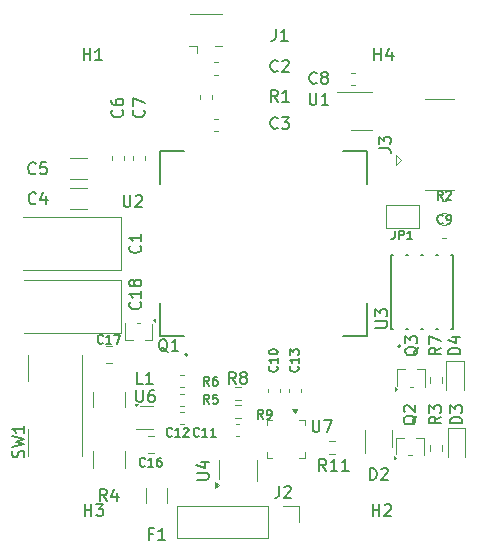
<source format=gto>
%TF.GenerationSoftware,KiCad,Pcbnew,9.0.7*%
%TF.CreationDate,2026-02-07T20:34:06-05:00*%
%TF.ProjectId,USB-Cellular-Modem,5553422d-4365-46c6-9c75-6c61722d4d6f,V1.2*%
%TF.SameCoordinates,Original*%
%TF.FileFunction,Legend,Top*%
%TF.FilePolarity,Positive*%
%FSLAX46Y46*%
G04 Gerber Fmt 4.6, Leading zero omitted, Abs format (unit mm)*
G04 Created by KiCad (PCBNEW 9.0.7) date 2026-02-07 20:34:06*
%MOMM*%
%LPD*%
G01*
G04 APERTURE LIST*
%ADD10C,0.150000*%
%ADD11C,0.120000*%
%ADD12C,0.127000*%
%ADD13C,0.200000*%
%ADD14C,0.152400*%
G04 APERTURE END LIST*
D10*
X35901333Y-18393580D02*
X35853714Y-18441200D01*
X35853714Y-18441200D02*
X35710857Y-18488819D01*
X35710857Y-18488819D02*
X35615619Y-18488819D01*
X35615619Y-18488819D02*
X35472762Y-18441200D01*
X35472762Y-18441200D02*
X35377524Y-18345961D01*
X35377524Y-18345961D02*
X35329905Y-18250723D01*
X35329905Y-18250723D02*
X35282286Y-18060247D01*
X35282286Y-18060247D02*
X35282286Y-17917390D01*
X35282286Y-17917390D02*
X35329905Y-17726914D01*
X35329905Y-17726914D02*
X35377524Y-17631676D01*
X35377524Y-17631676D02*
X35472762Y-17536438D01*
X35472762Y-17536438D02*
X35615619Y-17488819D01*
X35615619Y-17488819D02*
X35710857Y-17488819D01*
X35710857Y-17488819D02*
X35853714Y-17536438D01*
X35853714Y-17536438D02*
X35901333Y-17584057D01*
X36282286Y-17584057D02*
X36329905Y-17536438D01*
X36329905Y-17536438D02*
X36425143Y-17488819D01*
X36425143Y-17488819D02*
X36663238Y-17488819D01*
X36663238Y-17488819D02*
X36758476Y-17536438D01*
X36758476Y-17536438D02*
X36806095Y-17584057D01*
X36806095Y-17584057D02*
X36853714Y-17679295D01*
X36853714Y-17679295D02*
X36853714Y-17774533D01*
X36853714Y-17774533D02*
X36806095Y-17917390D01*
X36806095Y-17917390D02*
X36234667Y-18488819D01*
X36234667Y-18488819D02*
X36853714Y-18488819D01*
X35901333Y-23219580D02*
X35853714Y-23267200D01*
X35853714Y-23267200D02*
X35710857Y-23314819D01*
X35710857Y-23314819D02*
X35615619Y-23314819D01*
X35615619Y-23314819D02*
X35472762Y-23267200D01*
X35472762Y-23267200D02*
X35377524Y-23171961D01*
X35377524Y-23171961D02*
X35329905Y-23076723D01*
X35329905Y-23076723D02*
X35282286Y-22886247D01*
X35282286Y-22886247D02*
X35282286Y-22743390D01*
X35282286Y-22743390D02*
X35329905Y-22552914D01*
X35329905Y-22552914D02*
X35377524Y-22457676D01*
X35377524Y-22457676D02*
X35472762Y-22362438D01*
X35472762Y-22362438D02*
X35615619Y-22314819D01*
X35615619Y-22314819D02*
X35710857Y-22314819D01*
X35710857Y-22314819D02*
X35853714Y-22362438D01*
X35853714Y-22362438D02*
X35901333Y-22410057D01*
X36234667Y-22314819D02*
X36853714Y-22314819D01*
X36853714Y-22314819D02*
X36520381Y-22695771D01*
X36520381Y-22695771D02*
X36663238Y-22695771D01*
X36663238Y-22695771D02*
X36758476Y-22743390D01*
X36758476Y-22743390D02*
X36806095Y-22791009D01*
X36806095Y-22791009D02*
X36853714Y-22886247D01*
X36853714Y-22886247D02*
X36853714Y-23124342D01*
X36853714Y-23124342D02*
X36806095Y-23219580D01*
X36806095Y-23219580D02*
X36758476Y-23267200D01*
X36758476Y-23267200D02*
X36663238Y-23314819D01*
X36663238Y-23314819D02*
X36377524Y-23314819D01*
X36377524Y-23314819D02*
X36282286Y-23267200D01*
X36282286Y-23267200D02*
X36234667Y-23219580D01*
X15407333Y-27054580D02*
X15359714Y-27102200D01*
X15359714Y-27102200D02*
X15216857Y-27149819D01*
X15216857Y-27149819D02*
X15121619Y-27149819D01*
X15121619Y-27149819D02*
X14978762Y-27102200D01*
X14978762Y-27102200D02*
X14883524Y-27006961D01*
X14883524Y-27006961D02*
X14835905Y-26911723D01*
X14835905Y-26911723D02*
X14788286Y-26721247D01*
X14788286Y-26721247D02*
X14788286Y-26578390D01*
X14788286Y-26578390D02*
X14835905Y-26387914D01*
X14835905Y-26387914D02*
X14883524Y-26292676D01*
X14883524Y-26292676D02*
X14978762Y-26197438D01*
X14978762Y-26197438D02*
X15121619Y-26149819D01*
X15121619Y-26149819D02*
X15216857Y-26149819D01*
X15216857Y-26149819D02*
X15359714Y-26197438D01*
X15359714Y-26197438D02*
X15407333Y-26245057D01*
X16312095Y-26149819D02*
X15835905Y-26149819D01*
X15835905Y-26149819D02*
X15788286Y-26626009D01*
X15788286Y-26626009D02*
X15835905Y-26578390D01*
X15835905Y-26578390D02*
X15931143Y-26530771D01*
X15931143Y-26530771D02*
X16169238Y-26530771D01*
X16169238Y-26530771D02*
X16264476Y-26578390D01*
X16264476Y-26578390D02*
X16312095Y-26626009D01*
X16312095Y-26626009D02*
X16359714Y-26721247D01*
X16359714Y-26721247D02*
X16359714Y-26959342D01*
X16359714Y-26959342D02*
X16312095Y-27054580D01*
X16312095Y-27054580D02*
X16264476Y-27102200D01*
X16264476Y-27102200D02*
X16169238Y-27149819D01*
X16169238Y-27149819D02*
X15931143Y-27149819D01*
X15931143Y-27149819D02*
X15835905Y-27102200D01*
X15835905Y-27102200D02*
X15788286Y-27054580D01*
X22711580Y-21711666D02*
X22759200Y-21759285D01*
X22759200Y-21759285D02*
X22806819Y-21902142D01*
X22806819Y-21902142D02*
X22806819Y-21997380D01*
X22806819Y-21997380D02*
X22759200Y-22140237D01*
X22759200Y-22140237D02*
X22663961Y-22235475D01*
X22663961Y-22235475D02*
X22568723Y-22283094D01*
X22568723Y-22283094D02*
X22378247Y-22330713D01*
X22378247Y-22330713D02*
X22235390Y-22330713D01*
X22235390Y-22330713D02*
X22044914Y-22283094D01*
X22044914Y-22283094D02*
X21949676Y-22235475D01*
X21949676Y-22235475D02*
X21854438Y-22140237D01*
X21854438Y-22140237D02*
X21806819Y-21997380D01*
X21806819Y-21997380D02*
X21806819Y-21902142D01*
X21806819Y-21902142D02*
X21854438Y-21759285D01*
X21854438Y-21759285D02*
X21902057Y-21711666D01*
X21806819Y-20854523D02*
X21806819Y-21044999D01*
X21806819Y-21044999D02*
X21854438Y-21140237D01*
X21854438Y-21140237D02*
X21902057Y-21187856D01*
X21902057Y-21187856D02*
X22044914Y-21283094D01*
X22044914Y-21283094D02*
X22235390Y-21330713D01*
X22235390Y-21330713D02*
X22616342Y-21330713D01*
X22616342Y-21330713D02*
X22711580Y-21283094D01*
X22711580Y-21283094D02*
X22759200Y-21235475D01*
X22759200Y-21235475D02*
X22806819Y-21140237D01*
X22806819Y-21140237D02*
X22806819Y-20949761D01*
X22806819Y-20949761D02*
X22759200Y-20854523D01*
X22759200Y-20854523D02*
X22711580Y-20806904D01*
X22711580Y-20806904D02*
X22616342Y-20759285D01*
X22616342Y-20759285D02*
X22378247Y-20759285D01*
X22378247Y-20759285D02*
X22283009Y-20806904D01*
X22283009Y-20806904D02*
X22235390Y-20854523D01*
X22235390Y-20854523D02*
X22187771Y-20949761D01*
X22187771Y-20949761D02*
X22187771Y-21140237D01*
X22187771Y-21140237D02*
X22235390Y-21235475D01*
X22235390Y-21235475D02*
X22283009Y-21283094D01*
X22283009Y-21283094D02*
X22378247Y-21330713D01*
X24539580Y-21711666D02*
X24587200Y-21759285D01*
X24587200Y-21759285D02*
X24634819Y-21902142D01*
X24634819Y-21902142D02*
X24634819Y-21997380D01*
X24634819Y-21997380D02*
X24587200Y-22140237D01*
X24587200Y-22140237D02*
X24491961Y-22235475D01*
X24491961Y-22235475D02*
X24396723Y-22283094D01*
X24396723Y-22283094D02*
X24206247Y-22330713D01*
X24206247Y-22330713D02*
X24063390Y-22330713D01*
X24063390Y-22330713D02*
X23872914Y-22283094D01*
X23872914Y-22283094D02*
X23777676Y-22235475D01*
X23777676Y-22235475D02*
X23682438Y-22140237D01*
X23682438Y-22140237D02*
X23634819Y-21997380D01*
X23634819Y-21997380D02*
X23634819Y-21902142D01*
X23634819Y-21902142D02*
X23682438Y-21759285D01*
X23682438Y-21759285D02*
X23730057Y-21711666D01*
X23634819Y-21378332D02*
X23634819Y-20711666D01*
X23634819Y-20711666D02*
X24634819Y-21140237D01*
X39203333Y-19409580D02*
X39155714Y-19457200D01*
X39155714Y-19457200D02*
X39012857Y-19504819D01*
X39012857Y-19504819D02*
X38917619Y-19504819D01*
X38917619Y-19504819D02*
X38774762Y-19457200D01*
X38774762Y-19457200D02*
X38679524Y-19361961D01*
X38679524Y-19361961D02*
X38631905Y-19266723D01*
X38631905Y-19266723D02*
X38584286Y-19076247D01*
X38584286Y-19076247D02*
X38584286Y-18933390D01*
X38584286Y-18933390D02*
X38631905Y-18742914D01*
X38631905Y-18742914D02*
X38679524Y-18647676D01*
X38679524Y-18647676D02*
X38774762Y-18552438D01*
X38774762Y-18552438D02*
X38917619Y-18504819D01*
X38917619Y-18504819D02*
X39012857Y-18504819D01*
X39012857Y-18504819D02*
X39155714Y-18552438D01*
X39155714Y-18552438D02*
X39203333Y-18600057D01*
X39774762Y-18933390D02*
X39679524Y-18885771D01*
X39679524Y-18885771D02*
X39631905Y-18838152D01*
X39631905Y-18838152D02*
X39584286Y-18742914D01*
X39584286Y-18742914D02*
X39584286Y-18695295D01*
X39584286Y-18695295D02*
X39631905Y-18600057D01*
X39631905Y-18600057D02*
X39679524Y-18552438D01*
X39679524Y-18552438D02*
X39774762Y-18504819D01*
X39774762Y-18504819D02*
X39965238Y-18504819D01*
X39965238Y-18504819D02*
X40060476Y-18552438D01*
X40060476Y-18552438D02*
X40108095Y-18600057D01*
X40108095Y-18600057D02*
X40155714Y-18695295D01*
X40155714Y-18695295D02*
X40155714Y-18742914D01*
X40155714Y-18742914D02*
X40108095Y-18838152D01*
X40108095Y-18838152D02*
X40060476Y-18885771D01*
X40060476Y-18885771D02*
X39965238Y-18933390D01*
X39965238Y-18933390D02*
X39774762Y-18933390D01*
X39774762Y-18933390D02*
X39679524Y-18981009D01*
X39679524Y-18981009D02*
X39631905Y-19028628D01*
X39631905Y-19028628D02*
X39584286Y-19123866D01*
X39584286Y-19123866D02*
X39584286Y-19314342D01*
X39584286Y-19314342D02*
X39631905Y-19409580D01*
X39631905Y-19409580D02*
X39679524Y-19457200D01*
X39679524Y-19457200D02*
X39774762Y-19504819D01*
X39774762Y-19504819D02*
X39965238Y-19504819D01*
X39965238Y-19504819D02*
X40060476Y-19457200D01*
X40060476Y-19457200D02*
X40108095Y-19409580D01*
X40108095Y-19409580D02*
X40155714Y-19314342D01*
X40155714Y-19314342D02*
X40155714Y-19123866D01*
X40155714Y-19123866D02*
X40108095Y-19028628D01*
X40108095Y-19028628D02*
X40060476Y-18981009D01*
X40060476Y-18981009D02*
X39965238Y-18933390D01*
X49874999Y-31255735D02*
X49839285Y-31291450D01*
X49839285Y-31291450D02*
X49732142Y-31327164D01*
X49732142Y-31327164D02*
X49660714Y-31327164D01*
X49660714Y-31327164D02*
X49553571Y-31291450D01*
X49553571Y-31291450D02*
X49482142Y-31220021D01*
X49482142Y-31220021D02*
X49446428Y-31148592D01*
X49446428Y-31148592D02*
X49410714Y-31005735D01*
X49410714Y-31005735D02*
X49410714Y-30898592D01*
X49410714Y-30898592D02*
X49446428Y-30755735D01*
X49446428Y-30755735D02*
X49482142Y-30684307D01*
X49482142Y-30684307D02*
X49553571Y-30612878D01*
X49553571Y-30612878D02*
X49660714Y-30577164D01*
X49660714Y-30577164D02*
X49732142Y-30577164D01*
X49732142Y-30577164D02*
X49839285Y-30612878D01*
X49839285Y-30612878D02*
X49874999Y-30648592D01*
X50232142Y-31327164D02*
X50374999Y-31327164D01*
X50374999Y-31327164D02*
X50446428Y-31291450D01*
X50446428Y-31291450D02*
X50482142Y-31255735D01*
X50482142Y-31255735D02*
X50553571Y-31148592D01*
X50553571Y-31148592D02*
X50589285Y-31005735D01*
X50589285Y-31005735D02*
X50589285Y-30720021D01*
X50589285Y-30720021D02*
X50553571Y-30648592D01*
X50553571Y-30648592D02*
X50517857Y-30612878D01*
X50517857Y-30612878D02*
X50446428Y-30577164D01*
X50446428Y-30577164D02*
X50303571Y-30577164D01*
X50303571Y-30577164D02*
X50232142Y-30612878D01*
X50232142Y-30612878D02*
X50196428Y-30648592D01*
X50196428Y-30648592D02*
X50160714Y-30720021D01*
X50160714Y-30720021D02*
X50160714Y-30898592D01*
X50160714Y-30898592D02*
X50196428Y-30970021D01*
X50196428Y-30970021D02*
X50232142Y-31005735D01*
X50232142Y-31005735D02*
X50303571Y-31041450D01*
X50303571Y-31041450D02*
X50446428Y-31041450D01*
X50446428Y-31041450D02*
X50517857Y-31005735D01*
X50517857Y-31005735D02*
X50553571Y-30970021D01*
X50553571Y-30970021D02*
X50589285Y-30898592D01*
X43711905Y-53032819D02*
X43711905Y-52032819D01*
X43711905Y-52032819D02*
X43950000Y-52032819D01*
X43950000Y-52032819D02*
X44092857Y-52080438D01*
X44092857Y-52080438D02*
X44188095Y-52175676D01*
X44188095Y-52175676D02*
X44235714Y-52270914D01*
X44235714Y-52270914D02*
X44283333Y-52461390D01*
X44283333Y-52461390D02*
X44283333Y-52604247D01*
X44283333Y-52604247D02*
X44235714Y-52794723D01*
X44235714Y-52794723D02*
X44188095Y-52889961D01*
X44188095Y-52889961D02*
X44092857Y-52985200D01*
X44092857Y-52985200D02*
X43950000Y-53032819D01*
X43950000Y-53032819D02*
X43711905Y-53032819D01*
X44664286Y-52128057D02*
X44711905Y-52080438D01*
X44711905Y-52080438D02*
X44807143Y-52032819D01*
X44807143Y-52032819D02*
X45045238Y-52032819D01*
X45045238Y-52032819D02*
X45140476Y-52080438D01*
X45140476Y-52080438D02*
X45188095Y-52128057D01*
X45188095Y-52128057D02*
X45235714Y-52223295D01*
X45235714Y-52223295D02*
X45235714Y-52318533D01*
X45235714Y-52318533D02*
X45188095Y-52461390D01*
X45188095Y-52461390D02*
X44616667Y-53032819D01*
X44616667Y-53032819D02*
X45235714Y-53032819D01*
X43942095Y-56080819D02*
X43942095Y-55080819D01*
X43942095Y-55557009D02*
X44513523Y-55557009D01*
X44513523Y-56080819D02*
X44513523Y-55080819D01*
X44942095Y-55176057D02*
X44989714Y-55128438D01*
X44989714Y-55128438D02*
X45084952Y-55080819D01*
X45084952Y-55080819D02*
X45323047Y-55080819D01*
X45323047Y-55080819D02*
X45418285Y-55128438D01*
X45418285Y-55128438D02*
X45465904Y-55176057D01*
X45465904Y-55176057D02*
X45513523Y-55271295D01*
X45513523Y-55271295D02*
X45513523Y-55366533D01*
X45513523Y-55366533D02*
X45465904Y-55509390D01*
X45465904Y-55509390D02*
X44894476Y-56080819D01*
X44894476Y-56080819D02*
X45513523Y-56080819D01*
X19558095Y-56080819D02*
X19558095Y-55080819D01*
X19558095Y-55557009D02*
X20129523Y-55557009D01*
X20129523Y-56080819D02*
X20129523Y-55080819D01*
X20510476Y-55080819D02*
X21129523Y-55080819D01*
X21129523Y-55080819D02*
X20796190Y-55461771D01*
X20796190Y-55461771D02*
X20939047Y-55461771D01*
X20939047Y-55461771D02*
X21034285Y-55509390D01*
X21034285Y-55509390D02*
X21081904Y-55557009D01*
X21081904Y-55557009D02*
X21129523Y-55652247D01*
X21129523Y-55652247D02*
X21129523Y-55890342D01*
X21129523Y-55890342D02*
X21081904Y-55985580D01*
X21081904Y-55985580D02*
X21034285Y-56033200D01*
X21034285Y-56033200D02*
X20939047Y-56080819D01*
X20939047Y-56080819D02*
X20653333Y-56080819D01*
X20653333Y-56080819D02*
X20558095Y-56033200D01*
X20558095Y-56033200D02*
X20510476Y-55985580D01*
X35734666Y-14854819D02*
X35734666Y-15569104D01*
X35734666Y-15569104D02*
X35687047Y-15711961D01*
X35687047Y-15711961D02*
X35591809Y-15807200D01*
X35591809Y-15807200D02*
X35448952Y-15854819D01*
X35448952Y-15854819D02*
X35353714Y-15854819D01*
X36734666Y-15854819D02*
X36163238Y-15854819D01*
X36448952Y-15854819D02*
X36448952Y-14854819D01*
X36448952Y-14854819D02*
X36353714Y-14997676D01*
X36353714Y-14997676D02*
X36258476Y-15092914D01*
X36258476Y-15092914D02*
X36163238Y-15140533D01*
X45789000Y-31927164D02*
X45789000Y-32462878D01*
X45789000Y-32462878D02*
X45753285Y-32570021D01*
X45753285Y-32570021D02*
X45681857Y-32641450D01*
X45681857Y-32641450D02*
X45574714Y-32677164D01*
X45574714Y-32677164D02*
X45503285Y-32677164D01*
X46146143Y-32677164D02*
X46146143Y-31927164D01*
X46146143Y-31927164D02*
X46431857Y-31927164D01*
X46431857Y-31927164D02*
X46503286Y-31962878D01*
X46503286Y-31962878D02*
X46539000Y-31998592D01*
X46539000Y-31998592D02*
X46574714Y-32070021D01*
X46574714Y-32070021D02*
X46574714Y-32177164D01*
X46574714Y-32177164D02*
X46539000Y-32248592D01*
X46539000Y-32248592D02*
X46503286Y-32284307D01*
X46503286Y-32284307D02*
X46431857Y-32320021D01*
X46431857Y-32320021D02*
X46146143Y-32320021D01*
X47289000Y-32677164D02*
X46860429Y-32677164D01*
X47074714Y-32677164D02*
X47074714Y-31927164D01*
X47074714Y-31927164D02*
X47003286Y-32034307D01*
X47003286Y-32034307D02*
X46931857Y-32105735D01*
X46931857Y-32105735D02*
X46860429Y-32141450D01*
X35901333Y-21028819D02*
X35568000Y-20552628D01*
X35329905Y-21028819D02*
X35329905Y-20028819D01*
X35329905Y-20028819D02*
X35710857Y-20028819D01*
X35710857Y-20028819D02*
X35806095Y-20076438D01*
X35806095Y-20076438D02*
X35853714Y-20124057D01*
X35853714Y-20124057D02*
X35901333Y-20219295D01*
X35901333Y-20219295D02*
X35901333Y-20362152D01*
X35901333Y-20362152D02*
X35853714Y-20457390D01*
X35853714Y-20457390D02*
X35806095Y-20505009D01*
X35806095Y-20505009D02*
X35710857Y-20552628D01*
X35710857Y-20552628D02*
X35329905Y-20552628D01*
X36853714Y-21028819D02*
X36282286Y-21028819D01*
X36568000Y-21028819D02*
X36568000Y-20028819D01*
X36568000Y-20028819D02*
X36472762Y-20171676D01*
X36472762Y-20171676D02*
X36377524Y-20266914D01*
X36377524Y-20266914D02*
X36282286Y-20314533D01*
X49874999Y-29295164D02*
X49624999Y-28938021D01*
X49446428Y-29295164D02*
X49446428Y-28545164D01*
X49446428Y-28545164D02*
X49732142Y-28545164D01*
X49732142Y-28545164D02*
X49803571Y-28580878D01*
X49803571Y-28580878D02*
X49839285Y-28616592D01*
X49839285Y-28616592D02*
X49874999Y-28688021D01*
X49874999Y-28688021D02*
X49874999Y-28795164D01*
X49874999Y-28795164D02*
X49839285Y-28866592D01*
X49839285Y-28866592D02*
X49803571Y-28902307D01*
X49803571Y-28902307D02*
X49732142Y-28938021D01*
X49732142Y-28938021D02*
X49446428Y-28938021D01*
X50160714Y-28616592D02*
X50196428Y-28580878D01*
X50196428Y-28580878D02*
X50267857Y-28545164D01*
X50267857Y-28545164D02*
X50446428Y-28545164D01*
X50446428Y-28545164D02*
X50517857Y-28580878D01*
X50517857Y-28580878D02*
X50553571Y-28616592D01*
X50553571Y-28616592D02*
X50589285Y-28688021D01*
X50589285Y-28688021D02*
X50589285Y-28759450D01*
X50589285Y-28759450D02*
X50553571Y-28866592D01*
X50553571Y-28866592D02*
X50124999Y-29295164D01*
X50124999Y-29295164D02*
X50589285Y-29295164D01*
X38608095Y-20282819D02*
X38608095Y-21092342D01*
X38608095Y-21092342D02*
X38655714Y-21187580D01*
X38655714Y-21187580D02*
X38703333Y-21235200D01*
X38703333Y-21235200D02*
X38798571Y-21282819D01*
X38798571Y-21282819D02*
X38989047Y-21282819D01*
X38989047Y-21282819D02*
X39084285Y-21235200D01*
X39084285Y-21235200D02*
X39131904Y-21187580D01*
X39131904Y-21187580D02*
X39179523Y-21092342D01*
X39179523Y-21092342D02*
X39179523Y-20282819D01*
X40179523Y-21282819D02*
X39608095Y-21282819D01*
X39893809Y-21282819D02*
X39893809Y-20282819D01*
X39893809Y-20282819D02*
X39798571Y-20425676D01*
X39798571Y-20425676D02*
X39703333Y-20520914D01*
X39703333Y-20520914D02*
X39608095Y-20568533D01*
X22860095Y-28918819D02*
X22860095Y-29728342D01*
X22860095Y-29728342D02*
X22907714Y-29823580D01*
X22907714Y-29823580D02*
X22955333Y-29871200D01*
X22955333Y-29871200D02*
X23050571Y-29918819D01*
X23050571Y-29918819D02*
X23241047Y-29918819D01*
X23241047Y-29918819D02*
X23336285Y-29871200D01*
X23336285Y-29871200D02*
X23383904Y-29823580D01*
X23383904Y-29823580D02*
X23431523Y-29728342D01*
X23431523Y-29728342D02*
X23431523Y-28918819D01*
X23860095Y-29014057D02*
X23907714Y-28966438D01*
X23907714Y-28966438D02*
X24002952Y-28918819D01*
X24002952Y-28918819D02*
X24241047Y-28918819D01*
X24241047Y-28918819D02*
X24336285Y-28966438D01*
X24336285Y-28966438D02*
X24383904Y-29014057D01*
X24383904Y-29014057D02*
X24431523Y-29109295D01*
X24431523Y-29109295D02*
X24431523Y-29204533D01*
X24431523Y-29204533D02*
X24383904Y-29347390D01*
X24383904Y-29347390D02*
X23812476Y-29918819D01*
X23812476Y-29918819D02*
X24431523Y-29918819D01*
X44158819Y-40131904D02*
X44968342Y-40131904D01*
X44968342Y-40131904D02*
X45063580Y-40084285D01*
X45063580Y-40084285D02*
X45111200Y-40036666D01*
X45111200Y-40036666D02*
X45158819Y-39941428D01*
X45158819Y-39941428D02*
X45158819Y-39750952D01*
X45158819Y-39750952D02*
X45111200Y-39655714D01*
X45111200Y-39655714D02*
X45063580Y-39608095D01*
X45063580Y-39608095D02*
X44968342Y-39560476D01*
X44968342Y-39560476D02*
X44158819Y-39560476D01*
X44158819Y-39179523D02*
X44158819Y-38560476D01*
X44158819Y-38560476D02*
X44539771Y-38893809D01*
X44539771Y-38893809D02*
X44539771Y-38750952D01*
X44539771Y-38750952D02*
X44587390Y-38655714D01*
X44587390Y-38655714D02*
X44635009Y-38608095D01*
X44635009Y-38608095D02*
X44730247Y-38560476D01*
X44730247Y-38560476D02*
X44968342Y-38560476D01*
X44968342Y-38560476D02*
X45063580Y-38608095D01*
X45063580Y-38608095D02*
X45111200Y-38655714D01*
X45111200Y-38655714D02*
X45158819Y-38750952D01*
X45158819Y-38750952D02*
X45158819Y-39036666D01*
X45158819Y-39036666D02*
X45111200Y-39131904D01*
X45111200Y-39131904D02*
X45063580Y-39179523D01*
X19458095Y-17502819D02*
X19458095Y-16502819D01*
X19458095Y-16979009D02*
X20029523Y-16979009D01*
X20029523Y-17502819D02*
X20029523Y-16502819D01*
X21029523Y-17502819D02*
X20458095Y-17502819D01*
X20743809Y-17502819D02*
X20743809Y-16502819D01*
X20743809Y-16502819D02*
X20648571Y-16645676D01*
X20648571Y-16645676D02*
X20553333Y-16740914D01*
X20553333Y-16740914D02*
X20458095Y-16788533D01*
X44484819Y-24971333D02*
X45199104Y-24971333D01*
X45199104Y-24971333D02*
X45341961Y-25018952D01*
X45341961Y-25018952D02*
X45437200Y-25114190D01*
X45437200Y-25114190D02*
X45484819Y-25257047D01*
X45484819Y-25257047D02*
X45484819Y-25352285D01*
X44484819Y-24590380D02*
X44484819Y-23971333D01*
X44484819Y-23971333D02*
X44865771Y-24304666D01*
X44865771Y-24304666D02*
X44865771Y-24161809D01*
X44865771Y-24161809D02*
X44913390Y-24066571D01*
X44913390Y-24066571D02*
X44961009Y-24018952D01*
X44961009Y-24018952D02*
X45056247Y-23971333D01*
X45056247Y-23971333D02*
X45294342Y-23971333D01*
X45294342Y-23971333D02*
X45389580Y-24018952D01*
X45389580Y-24018952D02*
X45437200Y-24066571D01*
X45437200Y-24066571D02*
X45484819Y-24161809D01*
X45484819Y-24161809D02*
X45484819Y-24447523D01*
X45484819Y-24447523D02*
X45437200Y-24542761D01*
X45437200Y-24542761D02*
X45389580Y-24590380D01*
X24235580Y-33186666D02*
X24283200Y-33234285D01*
X24283200Y-33234285D02*
X24330819Y-33377142D01*
X24330819Y-33377142D02*
X24330819Y-33472380D01*
X24330819Y-33472380D02*
X24283200Y-33615237D01*
X24283200Y-33615237D02*
X24187961Y-33710475D01*
X24187961Y-33710475D02*
X24092723Y-33758094D01*
X24092723Y-33758094D02*
X23902247Y-33805713D01*
X23902247Y-33805713D02*
X23759390Y-33805713D01*
X23759390Y-33805713D02*
X23568914Y-33758094D01*
X23568914Y-33758094D02*
X23473676Y-33710475D01*
X23473676Y-33710475D02*
X23378438Y-33615237D01*
X23378438Y-33615237D02*
X23330819Y-33472380D01*
X23330819Y-33472380D02*
X23330819Y-33377142D01*
X23330819Y-33377142D02*
X23378438Y-33234285D01*
X23378438Y-33234285D02*
X23426057Y-33186666D01*
X24330819Y-32234285D02*
X24330819Y-32805713D01*
X24330819Y-32519999D02*
X23330819Y-32519999D01*
X23330819Y-32519999D02*
X23473676Y-32615237D01*
X23473676Y-32615237D02*
X23568914Y-32710475D01*
X23568914Y-32710475D02*
X23616533Y-32805713D01*
X35827735Y-43408143D02*
X35863450Y-43443857D01*
X35863450Y-43443857D02*
X35899164Y-43551000D01*
X35899164Y-43551000D02*
X35899164Y-43622428D01*
X35899164Y-43622428D02*
X35863450Y-43729571D01*
X35863450Y-43729571D02*
X35792021Y-43801000D01*
X35792021Y-43801000D02*
X35720592Y-43836714D01*
X35720592Y-43836714D02*
X35577735Y-43872428D01*
X35577735Y-43872428D02*
X35470592Y-43872428D01*
X35470592Y-43872428D02*
X35327735Y-43836714D01*
X35327735Y-43836714D02*
X35256307Y-43801000D01*
X35256307Y-43801000D02*
X35184878Y-43729571D01*
X35184878Y-43729571D02*
X35149164Y-43622428D01*
X35149164Y-43622428D02*
X35149164Y-43551000D01*
X35149164Y-43551000D02*
X35184878Y-43443857D01*
X35184878Y-43443857D02*
X35220592Y-43408143D01*
X35899164Y-42693857D02*
X35899164Y-43122428D01*
X35899164Y-42908143D02*
X35149164Y-42908143D01*
X35149164Y-42908143D02*
X35256307Y-42979571D01*
X35256307Y-42979571D02*
X35327735Y-43051000D01*
X35327735Y-43051000D02*
X35363450Y-43122428D01*
X35149164Y-42229571D02*
X35149164Y-42158142D01*
X35149164Y-42158142D02*
X35184878Y-42086714D01*
X35184878Y-42086714D02*
X35220592Y-42051000D01*
X35220592Y-42051000D02*
X35292021Y-42015285D01*
X35292021Y-42015285D02*
X35434878Y-41979571D01*
X35434878Y-41979571D02*
X35613450Y-41979571D01*
X35613450Y-41979571D02*
X35756307Y-42015285D01*
X35756307Y-42015285D02*
X35827735Y-42051000D01*
X35827735Y-42051000D02*
X35863450Y-42086714D01*
X35863450Y-42086714D02*
X35899164Y-42158142D01*
X35899164Y-42158142D02*
X35899164Y-42229571D01*
X35899164Y-42229571D02*
X35863450Y-42301000D01*
X35863450Y-42301000D02*
X35827735Y-42336714D01*
X35827735Y-42336714D02*
X35756307Y-42372428D01*
X35756307Y-42372428D02*
X35613450Y-42408142D01*
X35613450Y-42408142D02*
X35434878Y-42408142D01*
X35434878Y-42408142D02*
X35292021Y-42372428D01*
X35292021Y-42372428D02*
X35220592Y-42336714D01*
X35220592Y-42336714D02*
X35184878Y-42301000D01*
X35184878Y-42301000D02*
X35149164Y-42229571D01*
X47794057Y-41751238D02*
X47746438Y-41846476D01*
X47746438Y-41846476D02*
X47651200Y-41941714D01*
X47651200Y-41941714D02*
X47508342Y-42084571D01*
X47508342Y-42084571D02*
X47460723Y-42179809D01*
X47460723Y-42179809D02*
X47460723Y-42275047D01*
X47698819Y-42227428D02*
X47651200Y-42322666D01*
X47651200Y-42322666D02*
X47555961Y-42417904D01*
X47555961Y-42417904D02*
X47365485Y-42465523D01*
X47365485Y-42465523D02*
X47032152Y-42465523D01*
X47032152Y-42465523D02*
X46841676Y-42417904D01*
X46841676Y-42417904D02*
X46746438Y-42322666D01*
X46746438Y-42322666D02*
X46698819Y-42227428D01*
X46698819Y-42227428D02*
X46698819Y-42036952D01*
X46698819Y-42036952D02*
X46746438Y-41941714D01*
X46746438Y-41941714D02*
X46841676Y-41846476D01*
X46841676Y-41846476D02*
X47032152Y-41798857D01*
X47032152Y-41798857D02*
X47365485Y-41798857D01*
X47365485Y-41798857D02*
X47555961Y-41846476D01*
X47555961Y-41846476D02*
X47651200Y-41941714D01*
X47651200Y-41941714D02*
X47698819Y-42036952D01*
X47698819Y-42036952D02*
X47698819Y-42227428D01*
X46698819Y-41465523D02*
X46698819Y-40846476D01*
X46698819Y-40846476D02*
X47079771Y-41179809D01*
X47079771Y-41179809D02*
X47079771Y-41036952D01*
X47079771Y-41036952D02*
X47127390Y-40941714D01*
X47127390Y-40941714D02*
X47175009Y-40894095D01*
X47175009Y-40894095D02*
X47270247Y-40846476D01*
X47270247Y-40846476D02*
X47508342Y-40846476D01*
X47508342Y-40846476D02*
X47603580Y-40894095D01*
X47603580Y-40894095D02*
X47651200Y-40941714D01*
X47651200Y-40941714D02*
X47698819Y-41036952D01*
X47698819Y-41036952D02*
X47698819Y-41322666D01*
X47698819Y-41322666D02*
X47651200Y-41417904D01*
X47651200Y-41417904D02*
X47603580Y-41465523D01*
X24235580Y-37980857D02*
X24283200Y-38028476D01*
X24283200Y-38028476D02*
X24330819Y-38171333D01*
X24330819Y-38171333D02*
X24330819Y-38266571D01*
X24330819Y-38266571D02*
X24283200Y-38409428D01*
X24283200Y-38409428D02*
X24187961Y-38504666D01*
X24187961Y-38504666D02*
X24092723Y-38552285D01*
X24092723Y-38552285D02*
X23902247Y-38599904D01*
X23902247Y-38599904D02*
X23759390Y-38599904D01*
X23759390Y-38599904D02*
X23568914Y-38552285D01*
X23568914Y-38552285D02*
X23473676Y-38504666D01*
X23473676Y-38504666D02*
X23378438Y-38409428D01*
X23378438Y-38409428D02*
X23330819Y-38266571D01*
X23330819Y-38266571D02*
X23330819Y-38171333D01*
X23330819Y-38171333D02*
X23378438Y-38028476D01*
X23378438Y-38028476D02*
X23426057Y-37980857D01*
X24330819Y-37028476D02*
X24330819Y-37599904D01*
X24330819Y-37314190D02*
X23330819Y-37314190D01*
X23330819Y-37314190D02*
X23473676Y-37409428D01*
X23473676Y-37409428D02*
X23568914Y-37504666D01*
X23568914Y-37504666D02*
X23616533Y-37599904D01*
X23759390Y-36457047D02*
X23711771Y-36552285D01*
X23711771Y-36552285D02*
X23664152Y-36599904D01*
X23664152Y-36599904D02*
X23568914Y-36647523D01*
X23568914Y-36647523D02*
X23521295Y-36647523D01*
X23521295Y-36647523D02*
X23426057Y-36599904D01*
X23426057Y-36599904D02*
X23378438Y-36552285D01*
X23378438Y-36552285D02*
X23330819Y-36457047D01*
X23330819Y-36457047D02*
X23330819Y-36266571D01*
X23330819Y-36266571D02*
X23378438Y-36171333D01*
X23378438Y-36171333D02*
X23426057Y-36123714D01*
X23426057Y-36123714D02*
X23521295Y-36076095D01*
X23521295Y-36076095D02*
X23568914Y-36076095D01*
X23568914Y-36076095D02*
X23664152Y-36123714D01*
X23664152Y-36123714D02*
X23711771Y-36171333D01*
X23711771Y-36171333D02*
X23759390Y-36266571D01*
X23759390Y-36266571D02*
X23759390Y-36457047D01*
X23759390Y-36457047D02*
X23807009Y-36552285D01*
X23807009Y-36552285D02*
X23854628Y-36599904D01*
X23854628Y-36599904D02*
X23949866Y-36647523D01*
X23949866Y-36647523D02*
X24140342Y-36647523D01*
X24140342Y-36647523D02*
X24235580Y-36599904D01*
X24235580Y-36599904D02*
X24283200Y-36552285D01*
X24283200Y-36552285D02*
X24330819Y-36457047D01*
X24330819Y-36457047D02*
X24330819Y-36266571D01*
X24330819Y-36266571D02*
X24283200Y-36171333D01*
X24283200Y-36171333D02*
X24235580Y-36123714D01*
X24235580Y-36123714D02*
X24140342Y-36076095D01*
X24140342Y-36076095D02*
X23949866Y-36076095D01*
X23949866Y-36076095D02*
X23854628Y-36123714D01*
X23854628Y-36123714D02*
X23807009Y-36171333D01*
X23807009Y-36171333D02*
X23759390Y-36266571D01*
X26949856Y-49289735D02*
X26914142Y-49325450D01*
X26914142Y-49325450D02*
X26806999Y-49361164D01*
X26806999Y-49361164D02*
X26735571Y-49361164D01*
X26735571Y-49361164D02*
X26628428Y-49325450D01*
X26628428Y-49325450D02*
X26556999Y-49254021D01*
X26556999Y-49254021D02*
X26521285Y-49182592D01*
X26521285Y-49182592D02*
X26485571Y-49039735D01*
X26485571Y-49039735D02*
X26485571Y-48932592D01*
X26485571Y-48932592D02*
X26521285Y-48789735D01*
X26521285Y-48789735D02*
X26556999Y-48718307D01*
X26556999Y-48718307D02*
X26628428Y-48646878D01*
X26628428Y-48646878D02*
X26735571Y-48611164D01*
X26735571Y-48611164D02*
X26806999Y-48611164D01*
X26806999Y-48611164D02*
X26914142Y-48646878D01*
X26914142Y-48646878D02*
X26949856Y-48682592D01*
X27664142Y-49361164D02*
X27235571Y-49361164D01*
X27449856Y-49361164D02*
X27449856Y-48611164D01*
X27449856Y-48611164D02*
X27378428Y-48718307D01*
X27378428Y-48718307D02*
X27306999Y-48789735D01*
X27306999Y-48789735D02*
X27235571Y-48825450D01*
X27949857Y-48682592D02*
X27985571Y-48646878D01*
X27985571Y-48646878D02*
X28057000Y-48611164D01*
X28057000Y-48611164D02*
X28235571Y-48611164D01*
X28235571Y-48611164D02*
X28307000Y-48646878D01*
X28307000Y-48646878D02*
X28342714Y-48682592D01*
X28342714Y-48682592D02*
X28378428Y-48754021D01*
X28378428Y-48754021D02*
X28378428Y-48825450D01*
X28378428Y-48825450D02*
X28342714Y-48932592D01*
X28342714Y-48932592D02*
X27914142Y-49361164D01*
X27914142Y-49361164D02*
X28378428Y-49361164D01*
X51354819Y-42394094D02*
X50354819Y-42394094D01*
X50354819Y-42394094D02*
X50354819Y-42155999D01*
X50354819Y-42155999D02*
X50402438Y-42013142D01*
X50402438Y-42013142D02*
X50497676Y-41917904D01*
X50497676Y-41917904D02*
X50592914Y-41870285D01*
X50592914Y-41870285D02*
X50783390Y-41822666D01*
X50783390Y-41822666D02*
X50926247Y-41822666D01*
X50926247Y-41822666D02*
X51116723Y-41870285D01*
X51116723Y-41870285D02*
X51211961Y-41917904D01*
X51211961Y-41917904D02*
X51307200Y-42013142D01*
X51307200Y-42013142D02*
X51354819Y-42155999D01*
X51354819Y-42155999D02*
X51354819Y-42394094D01*
X50688152Y-40965523D02*
X51354819Y-40965523D01*
X50307200Y-41203618D02*
X51021485Y-41441713D01*
X51021485Y-41441713D02*
X51021485Y-40822666D01*
X29235856Y-49289735D02*
X29200142Y-49325450D01*
X29200142Y-49325450D02*
X29092999Y-49361164D01*
X29092999Y-49361164D02*
X29021571Y-49361164D01*
X29021571Y-49361164D02*
X28914428Y-49325450D01*
X28914428Y-49325450D02*
X28842999Y-49254021D01*
X28842999Y-49254021D02*
X28807285Y-49182592D01*
X28807285Y-49182592D02*
X28771571Y-49039735D01*
X28771571Y-49039735D02*
X28771571Y-48932592D01*
X28771571Y-48932592D02*
X28807285Y-48789735D01*
X28807285Y-48789735D02*
X28842999Y-48718307D01*
X28842999Y-48718307D02*
X28914428Y-48646878D01*
X28914428Y-48646878D02*
X29021571Y-48611164D01*
X29021571Y-48611164D02*
X29092999Y-48611164D01*
X29092999Y-48611164D02*
X29200142Y-48646878D01*
X29200142Y-48646878D02*
X29235856Y-48682592D01*
X29950142Y-49361164D02*
X29521571Y-49361164D01*
X29735856Y-49361164D02*
X29735856Y-48611164D01*
X29735856Y-48611164D02*
X29664428Y-48718307D01*
X29664428Y-48718307D02*
X29592999Y-48789735D01*
X29592999Y-48789735D02*
X29521571Y-48825450D01*
X30664428Y-49361164D02*
X30235857Y-49361164D01*
X30450142Y-49361164D02*
X30450142Y-48611164D01*
X30450142Y-48611164D02*
X30378714Y-48718307D01*
X30378714Y-48718307D02*
X30307285Y-48789735D01*
X30307285Y-48789735D02*
X30235857Y-48825450D01*
X36016666Y-53554819D02*
X36016666Y-54269104D01*
X36016666Y-54269104D02*
X35969047Y-54411961D01*
X35969047Y-54411961D02*
X35873809Y-54507200D01*
X35873809Y-54507200D02*
X35730952Y-54554819D01*
X35730952Y-54554819D02*
X35635714Y-54554819D01*
X36445238Y-53650057D02*
X36492857Y-53602438D01*
X36492857Y-53602438D02*
X36588095Y-53554819D01*
X36588095Y-53554819D02*
X36826190Y-53554819D01*
X36826190Y-53554819D02*
X36921428Y-53602438D01*
X36921428Y-53602438D02*
X36969047Y-53650057D01*
X36969047Y-53650057D02*
X37016666Y-53745295D01*
X37016666Y-53745295D02*
X37016666Y-53840533D01*
X37016666Y-53840533D02*
X36969047Y-53983390D01*
X36969047Y-53983390D02*
X36397619Y-54554819D01*
X36397619Y-54554819D02*
X37016666Y-54554819D01*
X26574761Y-42206057D02*
X26479523Y-42158438D01*
X26479523Y-42158438D02*
X26384285Y-42063200D01*
X26384285Y-42063200D02*
X26241428Y-41920342D01*
X26241428Y-41920342D02*
X26146190Y-41872723D01*
X26146190Y-41872723D02*
X26050952Y-41872723D01*
X26098571Y-42110819D02*
X26003333Y-42063200D01*
X26003333Y-42063200D02*
X25908095Y-41967961D01*
X25908095Y-41967961D02*
X25860476Y-41777485D01*
X25860476Y-41777485D02*
X25860476Y-41444152D01*
X25860476Y-41444152D02*
X25908095Y-41253676D01*
X25908095Y-41253676D02*
X26003333Y-41158438D01*
X26003333Y-41158438D02*
X26098571Y-41110819D01*
X26098571Y-41110819D02*
X26289047Y-41110819D01*
X26289047Y-41110819D02*
X26384285Y-41158438D01*
X26384285Y-41158438D02*
X26479523Y-41253676D01*
X26479523Y-41253676D02*
X26527142Y-41444152D01*
X26527142Y-41444152D02*
X26527142Y-41777485D01*
X26527142Y-41777485D02*
X26479523Y-41967961D01*
X26479523Y-41967961D02*
X26384285Y-42063200D01*
X26384285Y-42063200D02*
X26289047Y-42110819D01*
X26289047Y-42110819D02*
X26098571Y-42110819D01*
X27479523Y-42110819D02*
X26908095Y-42110819D01*
X27193809Y-42110819D02*
X27193809Y-41110819D01*
X27193809Y-41110819D02*
X27098571Y-41253676D01*
X27098571Y-41253676D02*
X27003333Y-41348914D01*
X27003333Y-41348914D02*
X26908095Y-41396533D01*
X47650057Y-47593238D02*
X47602438Y-47688476D01*
X47602438Y-47688476D02*
X47507200Y-47783714D01*
X47507200Y-47783714D02*
X47364342Y-47926571D01*
X47364342Y-47926571D02*
X47316723Y-48021809D01*
X47316723Y-48021809D02*
X47316723Y-48117047D01*
X47554819Y-48069428D02*
X47507200Y-48164666D01*
X47507200Y-48164666D02*
X47411961Y-48259904D01*
X47411961Y-48259904D02*
X47221485Y-48307523D01*
X47221485Y-48307523D02*
X46888152Y-48307523D01*
X46888152Y-48307523D02*
X46697676Y-48259904D01*
X46697676Y-48259904D02*
X46602438Y-48164666D01*
X46602438Y-48164666D02*
X46554819Y-48069428D01*
X46554819Y-48069428D02*
X46554819Y-47878952D01*
X46554819Y-47878952D02*
X46602438Y-47783714D01*
X46602438Y-47783714D02*
X46697676Y-47688476D01*
X46697676Y-47688476D02*
X46888152Y-47640857D01*
X46888152Y-47640857D02*
X47221485Y-47640857D01*
X47221485Y-47640857D02*
X47411961Y-47688476D01*
X47411961Y-47688476D02*
X47507200Y-47783714D01*
X47507200Y-47783714D02*
X47554819Y-47878952D01*
X47554819Y-47878952D02*
X47554819Y-48069428D01*
X46650057Y-47259904D02*
X46602438Y-47212285D01*
X46602438Y-47212285D02*
X46554819Y-47117047D01*
X46554819Y-47117047D02*
X46554819Y-46878952D01*
X46554819Y-46878952D02*
X46602438Y-46783714D01*
X46602438Y-46783714D02*
X46650057Y-46736095D01*
X46650057Y-46736095D02*
X46745295Y-46688476D01*
X46745295Y-46688476D02*
X46840533Y-46688476D01*
X46840533Y-46688476D02*
X46983390Y-46736095D01*
X46983390Y-46736095D02*
X47554819Y-47307523D01*
X47554819Y-47307523D02*
X47554819Y-46688476D01*
X24663856Y-51829735D02*
X24628142Y-51865450D01*
X24628142Y-51865450D02*
X24520999Y-51901164D01*
X24520999Y-51901164D02*
X24449571Y-51901164D01*
X24449571Y-51901164D02*
X24342428Y-51865450D01*
X24342428Y-51865450D02*
X24270999Y-51794021D01*
X24270999Y-51794021D02*
X24235285Y-51722592D01*
X24235285Y-51722592D02*
X24199571Y-51579735D01*
X24199571Y-51579735D02*
X24199571Y-51472592D01*
X24199571Y-51472592D02*
X24235285Y-51329735D01*
X24235285Y-51329735D02*
X24270999Y-51258307D01*
X24270999Y-51258307D02*
X24342428Y-51186878D01*
X24342428Y-51186878D02*
X24449571Y-51151164D01*
X24449571Y-51151164D02*
X24520999Y-51151164D01*
X24520999Y-51151164D02*
X24628142Y-51186878D01*
X24628142Y-51186878D02*
X24663856Y-51222592D01*
X25378142Y-51901164D02*
X24949571Y-51901164D01*
X25163856Y-51901164D02*
X25163856Y-51151164D01*
X25163856Y-51151164D02*
X25092428Y-51258307D01*
X25092428Y-51258307D02*
X25020999Y-51329735D01*
X25020999Y-51329735D02*
X24949571Y-51365450D01*
X26021000Y-51151164D02*
X25878142Y-51151164D01*
X25878142Y-51151164D02*
X25806714Y-51186878D01*
X25806714Y-51186878D02*
X25771000Y-51222592D01*
X25771000Y-51222592D02*
X25699571Y-51329735D01*
X25699571Y-51329735D02*
X25663857Y-51472592D01*
X25663857Y-51472592D02*
X25663857Y-51758307D01*
X25663857Y-51758307D02*
X25699571Y-51829735D01*
X25699571Y-51829735D02*
X25735285Y-51865450D01*
X25735285Y-51865450D02*
X25806714Y-51901164D01*
X25806714Y-51901164D02*
X25949571Y-51901164D01*
X25949571Y-51901164D02*
X26021000Y-51865450D01*
X26021000Y-51865450D02*
X26056714Y-51829735D01*
X26056714Y-51829735D02*
X26092428Y-51758307D01*
X26092428Y-51758307D02*
X26092428Y-51579735D01*
X26092428Y-51579735D02*
X26056714Y-51508307D01*
X26056714Y-51508307D02*
X26021000Y-51472592D01*
X26021000Y-51472592D02*
X25949571Y-51436878D01*
X25949571Y-51436878D02*
X25806714Y-51436878D01*
X25806714Y-51436878D02*
X25735285Y-51472592D01*
X25735285Y-51472592D02*
X25699571Y-51508307D01*
X25699571Y-51508307D02*
X25663857Y-51579735D01*
X49730819Y-47664666D02*
X49254628Y-47997999D01*
X49730819Y-48236094D02*
X48730819Y-48236094D01*
X48730819Y-48236094D02*
X48730819Y-47855142D01*
X48730819Y-47855142D02*
X48778438Y-47759904D01*
X48778438Y-47759904D02*
X48826057Y-47712285D01*
X48826057Y-47712285D02*
X48921295Y-47664666D01*
X48921295Y-47664666D02*
X49064152Y-47664666D01*
X49064152Y-47664666D02*
X49159390Y-47712285D01*
X49159390Y-47712285D02*
X49207009Y-47759904D01*
X49207009Y-47759904D02*
X49254628Y-47855142D01*
X49254628Y-47855142D02*
X49254628Y-48236094D01*
X48730819Y-47331332D02*
X48730819Y-46712285D01*
X48730819Y-46712285D02*
X49111771Y-47045618D01*
X49111771Y-47045618D02*
X49111771Y-46902761D01*
X49111771Y-46902761D02*
X49159390Y-46807523D01*
X49159390Y-46807523D02*
X49207009Y-46759904D01*
X49207009Y-46759904D02*
X49302247Y-46712285D01*
X49302247Y-46712285D02*
X49540342Y-46712285D01*
X49540342Y-46712285D02*
X49635580Y-46759904D01*
X49635580Y-46759904D02*
X49683200Y-46807523D01*
X49683200Y-46807523D02*
X49730819Y-46902761D01*
X49730819Y-46902761D02*
X49730819Y-47188475D01*
X49730819Y-47188475D02*
X49683200Y-47283713D01*
X49683200Y-47283713D02*
X49635580Y-47331332D01*
X34672999Y-47837164D02*
X34422999Y-47480021D01*
X34244428Y-47837164D02*
X34244428Y-47087164D01*
X34244428Y-47087164D02*
X34530142Y-47087164D01*
X34530142Y-47087164D02*
X34601571Y-47122878D01*
X34601571Y-47122878D02*
X34637285Y-47158592D01*
X34637285Y-47158592D02*
X34672999Y-47230021D01*
X34672999Y-47230021D02*
X34672999Y-47337164D01*
X34672999Y-47337164D02*
X34637285Y-47408592D01*
X34637285Y-47408592D02*
X34601571Y-47444307D01*
X34601571Y-47444307D02*
X34530142Y-47480021D01*
X34530142Y-47480021D02*
X34244428Y-47480021D01*
X35030142Y-47837164D02*
X35172999Y-47837164D01*
X35172999Y-47837164D02*
X35244428Y-47801450D01*
X35244428Y-47801450D02*
X35280142Y-47765735D01*
X35280142Y-47765735D02*
X35351571Y-47658592D01*
X35351571Y-47658592D02*
X35387285Y-47515735D01*
X35387285Y-47515735D02*
X35387285Y-47230021D01*
X35387285Y-47230021D02*
X35351571Y-47158592D01*
X35351571Y-47158592D02*
X35315857Y-47122878D01*
X35315857Y-47122878D02*
X35244428Y-47087164D01*
X35244428Y-47087164D02*
X35101571Y-47087164D01*
X35101571Y-47087164D02*
X35030142Y-47122878D01*
X35030142Y-47122878D02*
X34994428Y-47158592D01*
X34994428Y-47158592D02*
X34958714Y-47230021D01*
X34958714Y-47230021D02*
X34958714Y-47408592D01*
X34958714Y-47408592D02*
X34994428Y-47480021D01*
X34994428Y-47480021D02*
X35030142Y-47515735D01*
X35030142Y-47515735D02*
X35101571Y-47551450D01*
X35101571Y-47551450D02*
X35244428Y-47551450D01*
X35244428Y-47551450D02*
X35315857Y-47515735D01*
X35315857Y-47515735D02*
X35351571Y-47480021D01*
X35351571Y-47480021D02*
X35387285Y-47408592D01*
X39997142Y-52270819D02*
X39663809Y-51794628D01*
X39425714Y-52270819D02*
X39425714Y-51270819D01*
X39425714Y-51270819D02*
X39806666Y-51270819D01*
X39806666Y-51270819D02*
X39901904Y-51318438D01*
X39901904Y-51318438D02*
X39949523Y-51366057D01*
X39949523Y-51366057D02*
X39997142Y-51461295D01*
X39997142Y-51461295D02*
X39997142Y-51604152D01*
X39997142Y-51604152D02*
X39949523Y-51699390D01*
X39949523Y-51699390D02*
X39901904Y-51747009D01*
X39901904Y-51747009D02*
X39806666Y-51794628D01*
X39806666Y-51794628D02*
X39425714Y-51794628D01*
X40949523Y-52270819D02*
X40378095Y-52270819D01*
X40663809Y-52270819D02*
X40663809Y-51270819D01*
X40663809Y-51270819D02*
X40568571Y-51413676D01*
X40568571Y-51413676D02*
X40473333Y-51508914D01*
X40473333Y-51508914D02*
X40378095Y-51556533D01*
X41901904Y-52270819D02*
X41330476Y-52270819D01*
X41616190Y-52270819D02*
X41616190Y-51270819D01*
X41616190Y-51270819D02*
X41520952Y-51413676D01*
X41520952Y-51413676D02*
X41425714Y-51508914D01*
X41425714Y-51508914D02*
X41330476Y-51556533D01*
X32345333Y-44904819D02*
X32012000Y-44428628D01*
X31773905Y-44904819D02*
X31773905Y-43904819D01*
X31773905Y-43904819D02*
X32154857Y-43904819D01*
X32154857Y-43904819D02*
X32250095Y-43952438D01*
X32250095Y-43952438D02*
X32297714Y-44000057D01*
X32297714Y-44000057D02*
X32345333Y-44095295D01*
X32345333Y-44095295D02*
X32345333Y-44238152D01*
X32345333Y-44238152D02*
X32297714Y-44333390D01*
X32297714Y-44333390D02*
X32250095Y-44381009D01*
X32250095Y-44381009D02*
X32154857Y-44428628D01*
X32154857Y-44428628D02*
X31773905Y-44428628D01*
X32916762Y-44333390D02*
X32821524Y-44285771D01*
X32821524Y-44285771D02*
X32773905Y-44238152D01*
X32773905Y-44238152D02*
X32726286Y-44142914D01*
X32726286Y-44142914D02*
X32726286Y-44095295D01*
X32726286Y-44095295D02*
X32773905Y-44000057D01*
X32773905Y-44000057D02*
X32821524Y-43952438D01*
X32821524Y-43952438D02*
X32916762Y-43904819D01*
X32916762Y-43904819D02*
X33107238Y-43904819D01*
X33107238Y-43904819D02*
X33202476Y-43952438D01*
X33202476Y-43952438D02*
X33250095Y-44000057D01*
X33250095Y-44000057D02*
X33297714Y-44095295D01*
X33297714Y-44095295D02*
X33297714Y-44142914D01*
X33297714Y-44142914D02*
X33250095Y-44238152D01*
X33250095Y-44238152D02*
X33202476Y-44285771D01*
X33202476Y-44285771D02*
X33107238Y-44333390D01*
X33107238Y-44333390D02*
X32916762Y-44333390D01*
X32916762Y-44333390D02*
X32821524Y-44381009D01*
X32821524Y-44381009D02*
X32773905Y-44428628D01*
X32773905Y-44428628D02*
X32726286Y-44523866D01*
X32726286Y-44523866D02*
X32726286Y-44714342D01*
X32726286Y-44714342D02*
X32773905Y-44809580D01*
X32773905Y-44809580D02*
X32821524Y-44857200D01*
X32821524Y-44857200D02*
X32916762Y-44904819D01*
X32916762Y-44904819D02*
X33107238Y-44904819D01*
X33107238Y-44904819D02*
X33202476Y-44857200D01*
X33202476Y-44857200D02*
X33250095Y-44809580D01*
X33250095Y-44809580D02*
X33297714Y-44714342D01*
X33297714Y-44714342D02*
X33297714Y-44523866D01*
X33297714Y-44523866D02*
X33250095Y-44428628D01*
X33250095Y-44428628D02*
X33202476Y-44381009D01*
X33202476Y-44381009D02*
X33107238Y-44333390D01*
X14377200Y-51117332D02*
X14424819Y-50974475D01*
X14424819Y-50974475D02*
X14424819Y-50736380D01*
X14424819Y-50736380D02*
X14377200Y-50641142D01*
X14377200Y-50641142D02*
X14329580Y-50593523D01*
X14329580Y-50593523D02*
X14234342Y-50545904D01*
X14234342Y-50545904D02*
X14139104Y-50545904D01*
X14139104Y-50545904D02*
X14043866Y-50593523D01*
X14043866Y-50593523D02*
X13996247Y-50641142D01*
X13996247Y-50641142D02*
X13948628Y-50736380D01*
X13948628Y-50736380D02*
X13901009Y-50926856D01*
X13901009Y-50926856D02*
X13853390Y-51022094D01*
X13853390Y-51022094D02*
X13805771Y-51069713D01*
X13805771Y-51069713D02*
X13710533Y-51117332D01*
X13710533Y-51117332D02*
X13615295Y-51117332D01*
X13615295Y-51117332D02*
X13520057Y-51069713D01*
X13520057Y-51069713D02*
X13472438Y-51022094D01*
X13472438Y-51022094D02*
X13424819Y-50926856D01*
X13424819Y-50926856D02*
X13424819Y-50688761D01*
X13424819Y-50688761D02*
X13472438Y-50545904D01*
X13424819Y-50212570D02*
X14424819Y-49974475D01*
X14424819Y-49974475D02*
X13710533Y-49783999D01*
X13710533Y-49783999D02*
X14424819Y-49593523D01*
X14424819Y-49593523D02*
X13424819Y-49355428D01*
X14424819Y-48450666D02*
X14424819Y-49022094D01*
X14424819Y-48736380D02*
X13424819Y-48736380D01*
X13424819Y-48736380D02*
X13567676Y-48831618D01*
X13567676Y-48831618D02*
X13662914Y-48926856D01*
X13662914Y-48926856D02*
X13710533Y-49022094D01*
X30100999Y-45043164D02*
X29850999Y-44686021D01*
X29672428Y-45043164D02*
X29672428Y-44293164D01*
X29672428Y-44293164D02*
X29958142Y-44293164D01*
X29958142Y-44293164D02*
X30029571Y-44328878D01*
X30029571Y-44328878D02*
X30065285Y-44364592D01*
X30065285Y-44364592D02*
X30100999Y-44436021D01*
X30100999Y-44436021D02*
X30100999Y-44543164D01*
X30100999Y-44543164D02*
X30065285Y-44614592D01*
X30065285Y-44614592D02*
X30029571Y-44650307D01*
X30029571Y-44650307D02*
X29958142Y-44686021D01*
X29958142Y-44686021D02*
X29672428Y-44686021D01*
X30743857Y-44293164D02*
X30600999Y-44293164D01*
X30600999Y-44293164D02*
X30529571Y-44328878D01*
X30529571Y-44328878D02*
X30493857Y-44364592D01*
X30493857Y-44364592D02*
X30422428Y-44471735D01*
X30422428Y-44471735D02*
X30386714Y-44614592D01*
X30386714Y-44614592D02*
X30386714Y-44900307D01*
X30386714Y-44900307D02*
X30422428Y-44971735D01*
X30422428Y-44971735D02*
X30458142Y-45007450D01*
X30458142Y-45007450D02*
X30529571Y-45043164D01*
X30529571Y-45043164D02*
X30672428Y-45043164D01*
X30672428Y-45043164D02*
X30743857Y-45007450D01*
X30743857Y-45007450D02*
X30779571Y-44971735D01*
X30779571Y-44971735D02*
X30815285Y-44900307D01*
X30815285Y-44900307D02*
X30815285Y-44721735D01*
X30815285Y-44721735D02*
X30779571Y-44650307D01*
X30779571Y-44650307D02*
X30743857Y-44614592D01*
X30743857Y-44614592D02*
X30672428Y-44578878D01*
X30672428Y-44578878D02*
X30529571Y-44578878D01*
X30529571Y-44578878D02*
X30458142Y-44614592D01*
X30458142Y-44614592D02*
X30422428Y-44650307D01*
X30422428Y-44650307D02*
X30386714Y-44721735D01*
X15433333Y-29594580D02*
X15385714Y-29642200D01*
X15385714Y-29642200D02*
X15242857Y-29689819D01*
X15242857Y-29689819D02*
X15147619Y-29689819D01*
X15147619Y-29689819D02*
X15004762Y-29642200D01*
X15004762Y-29642200D02*
X14909524Y-29546961D01*
X14909524Y-29546961D02*
X14861905Y-29451723D01*
X14861905Y-29451723D02*
X14814286Y-29261247D01*
X14814286Y-29261247D02*
X14814286Y-29118390D01*
X14814286Y-29118390D02*
X14861905Y-28927914D01*
X14861905Y-28927914D02*
X14909524Y-28832676D01*
X14909524Y-28832676D02*
X15004762Y-28737438D01*
X15004762Y-28737438D02*
X15147619Y-28689819D01*
X15147619Y-28689819D02*
X15242857Y-28689819D01*
X15242857Y-28689819D02*
X15385714Y-28737438D01*
X15385714Y-28737438D02*
X15433333Y-28785057D01*
X16290476Y-29023152D02*
X16290476Y-29689819D01*
X16052381Y-28642200D02*
X15814286Y-29356485D01*
X15814286Y-29356485D02*
X16433333Y-29356485D01*
X24471333Y-44904819D02*
X23995143Y-44904819D01*
X23995143Y-44904819D02*
X23995143Y-43904819D01*
X25328476Y-44904819D02*
X24757048Y-44904819D01*
X25042762Y-44904819D02*
X25042762Y-43904819D01*
X25042762Y-43904819D02*
X24947524Y-44047676D01*
X24947524Y-44047676D02*
X24852286Y-44142914D01*
X24852286Y-44142914D02*
X24757048Y-44190533D01*
X21107856Y-41415735D02*
X21072142Y-41451450D01*
X21072142Y-41451450D02*
X20964999Y-41487164D01*
X20964999Y-41487164D02*
X20893571Y-41487164D01*
X20893571Y-41487164D02*
X20786428Y-41451450D01*
X20786428Y-41451450D02*
X20714999Y-41380021D01*
X20714999Y-41380021D02*
X20679285Y-41308592D01*
X20679285Y-41308592D02*
X20643571Y-41165735D01*
X20643571Y-41165735D02*
X20643571Y-41058592D01*
X20643571Y-41058592D02*
X20679285Y-40915735D01*
X20679285Y-40915735D02*
X20714999Y-40844307D01*
X20714999Y-40844307D02*
X20786428Y-40772878D01*
X20786428Y-40772878D02*
X20893571Y-40737164D01*
X20893571Y-40737164D02*
X20964999Y-40737164D01*
X20964999Y-40737164D02*
X21072142Y-40772878D01*
X21072142Y-40772878D02*
X21107856Y-40808592D01*
X21822142Y-41487164D02*
X21393571Y-41487164D01*
X21607856Y-41487164D02*
X21607856Y-40737164D01*
X21607856Y-40737164D02*
X21536428Y-40844307D01*
X21536428Y-40844307D02*
X21464999Y-40915735D01*
X21464999Y-40915735D02*
X21393571Y-40951450D01*
X22072142Y-40737164D02*
X22572142Y-40737164D01*
X22572142Y-40737164D02*
X22250714Y-41487164D01*
X44086095Y-17492819D02*
X44086095Y-16492819D01*
X44086095Y-16969009D02*
X44657523Y-16969009D01*
X44657523Y-17492819D02*
X44657523Y-16492819D01*
X45562285Y-16826152D02*
X45562285Y-17492819D01*
X45324190Y-16445200D02*
X45086095Y-17159485D01*
X45086095Y-17159485D02*
X45705142Y-17159485D01*
X51508819Y-48236094D02*
X50508819Y-48236094D01*
X50508819Y-48236094D02*
X50508819Y-47997999D01*
X50508819Y-47997999D02*
X50556438Y-47855142D01*
X50556438Y-47855142D02*
X50651676Y-47759904D01*
X50651676Y-47759904D02*
X50746914Y-47712285D01*
X50746914Y-47712285D02*
X50937390Y-47664666D01*
X50937390Y-47664666D02*
X51080247Y-47664666D01*
X51080247Y-47664666D02*
X51270723Y-47712285D01*
X51270723Y-47712285D02*
X51365961Y-47759904D01*
X51365961Y-47759904D02*
X51461200Y-47855142D01*
X51461200Y-47855142D02*
X51508819Y-47997999D01*
X51508819Y-47997999D02*
X51508819Y-48236094D01*
X50508819Y-47331332D02*
X50508819Y-46712285D01*
X50508819Y-46712285D02*
X50889771Y-47045618D01*
X50889771Y-47045618D02*
X50889771Y-46902761D01*
X50889771Y-46902761D02*
X50937390Y-46807523D01*
X50937390Y-46807523D02*
X50985009Y-46759904D01*
X50985009Y-46759904D02*
X51080247Y-46712285D01*
X51080247Y-46712285D02*
X51318342Y-46712285D01*
X51318342Y-46712285D02*
X51413580Y-46759904D01*
X51413580Y-46759904D02*
X51461200Y-46807523D01*
X51461200Y-46807523D02*
X51508819Y-46902761D01*
X51508819Y-46902761D02*
X51508819Y-47188475D01*
X51508819Y-47188475D02*
X51461200Y-47283713D01*
X51461200Y-47283713D02*
X51413580Y-47331332D01*
X25320666Y-57589009D02*
X24987333Y-57589009D01*
X24987333Y-58112819D02*
X24987333Y-57112819D01*
X24987333Y-57112819D02*
X25463523Y-57112819D01*
X26368285Y-58112819D02*
X25796857Y-58112819D01*
X26082571Y-58112819D02*
X26082571Y-57112819D01*
X26082571Y-57112819D02*
X25987333Y-57255676D01*
X25987333Y-57255676D02*
X25892095Y-57350914D01*
X25892095Y-57350914D02*
X25796857Y-57398533D01*
X30100999Y-46567164D02*
X29850999Y-46210021D01*
X29672428Y-46567164D02*
X29672428Y-45817164D01*
X29672428Y-45817164D02*
X29958142Y-45817164D01*
X29958142Y-45817164D02*
X30029571Y-45852878D01*
X30029571Y-45852878D02*
X30065285Y-45888592D01*
X30065285Y-45888592D02*
X30100999Y-45960021D01*
X30100999Y-45960021D02*
X30100999Y-46067164D01*
X30100999Y-46067164D02*
X30065285Y-46138592D01*
X30065285Y-46138592D02*
X30029571Y-46174307D01*
X30029571Y-46174307D02*
X29958142Y-46210021D01*
X29958142Y-46210021D02*
X29672428Y-46210021D01*
X30779571Y-45817164D02*
X30422428Y-45817164D01*
X30422428Y-45817164D02*
X30386714Y-46174307D01*
X30386714Y-46174307D02*
X30422428Y-46138592D01*
X30422428Y-46138592D02*
X30493857Y-46102878D01*
X30493857Y-46102878D02*
X30672428Y-46102878D01*
X30672428Y-46102878D02*
X30743857Y-46138592D01*
X30743857Y-46138592D02*
X30779571Y-46174307D01*
X30779571Y-46174307D02*
X30815285Y-46245735D01*
X30815285Y-46245735D02*
X30815285Y-46424307D01*
X30815285Y-46424307D02*
X30779571Y-46495735D01*
X30779571Y-46495735D02*
X30743857Y-46531450D01*
X30743857Y-46531450D02*
X30672428Y-46567164D01*
X30672428Y-46567164D02*
X30493857Y-46567164D01*
X30493857Y-46567164D02*
X30422428Y-46531450D01*
X30422428Y-46531450D02*
X30386714Y-46495735D01*
X21423333Y-54810819D02*
X21090000Y-54334628D01*
X20851905Y-54810819D02*
X20851905Y-53810819D01*
X20851905Y-53810819D02*
X21232857Y-53810819D01*
X21232857Y-53810819D02*
X21328095Y-53858438D01*
X21328095Y-53858438D02*
X21375714Y-53906057D01*
X21375714Y-53906057D02*
X21423333Y-54001295D01*
X21423333Y-54001295D02*
X21423333Y-54144152D01*
X21423333Y-54144152D02*
X21375714Y-54239390D01*
X21375714Y-54239390D02*
X21328095Y-54287009D01*
X21328095Y-54287009D02*
X21232857Y-54334628D01*
X21232857Y-54334628D02*
X20851905Y-54334628D01*
X22280476Y-54144152D02*
X22280476Y-54810819D01*
X22042381Y-53763200D02*
X21804286Y-54477485D01*
X21804286Y-54477485D02*
X22423333Y-54477485D01*
X38862095Y-47968819D02*
X38862095Y-48778342D01*
X38862095Y-48778342D02*
X38909714Y-48873580D01*
X38909714Y-48873580D02*
X38957333Y-48921200D01*
X38957333Y-48921200D02*
X39052571Y-48968819D01*
X39052571Y-48968819D02*
X39243047Y-48968819D01*
X39243047Y-48968819D02*
X39338285Y-48921200D01*
X39338285Y-48921200D02*
X39385904Y-48873580D01*
X39385904Y-48873580D02*
X39433523Y-48778342D01*
X39433523Y-48778342D02*
X39433523Y-47968819D01*
X39814476Y-47968819D02*
X40481142Y-47968819D01*
X40481142Y-47968819D02*
X40052571Y-48968819D01*
X49730819Y-41822666D02*
X49254628Y-42155999D01*
X49730819Y-42394094D02*
X48730819Y-42394094D01*
X48730819Y-42394094D02*
X48730819Y-42013142D01*
X48730819Y-42013142D02*
X48778438Y-41917904D01*
X48778438Y-41917904D02*
X48826057Y-41870285D01*
X48826057Y-41870285D02*
X48921295Y-41822666D01*
X48921295Y-41822666D02*
X49064152Y-41822666D01*
X49064152Y-41822666D02*
X49159390Y-41870285D01*
X49159390Y-41870285D02*
X49207009Y-41917904D01*
X49207009Y-41917904D02*
X49254628Y-42013142D01*
X49254628Y-42013142D02*
X49254628Y-42394094D01*
X48730819Y-41489332D02*
X48730819Y-40822666D01*
X48730819Y-40822666D02*
X49730819Y-41251237D01*
X23925595Y-45428819D02*
X23925595Y-46238342D01*
X23925595Y-46238342D02*
X23973214Y-46333580D01*
X23973214Y-46333580D02*
X24020833Y-46381200D01*
X24020833Y-46381200D02*
X24116071Y-46428819D01*
X24116071Y-46428819D02*
X24306547Y-46428819D01*
X24306547Y-46428819D02*
X24401785Y-46381200D01*
X24401785Y-46381200D02*
X24449404Y-46333580D01*
X24449404Y-46333580D02*
X24497023Y-46238342D01*
X24497023Y-46238342D02*
X24497023Y-45428819D01*
X25401785Y-45428819D02*
X25211309Y-45428819D01*
X25211309Y-45428819D02*
X25116071Y-45476438D01*
X25116071Y-45476438D02*
X25068452Y-45524057D01*
X25068452Y-45524057D02*
X24973214Y-45666914D01*
X24973214Y-45666914D02*
X24925595Y-45857390D01*
X24925595Y-45857390D02*
X24925595Y-46238342D01*
X24925595Y-46238342D02*
X24973214Y-46333580D01*
X24973214Y-46333580D02*
X25020833Y-46381200D01*
X25020833Y-46381200D02*
X25116071Y-46428819D01*
X25116071Y-46428819D02*
X25306547Y-46428819D01*
X25306547Y-46428819D02*
X25401785Y-46381200D01*
X25401785Y-46381200D02*
X25449404Y-46333580D01*
X25449404Y-46333580D02*
X25497023Y-46238342D01*
X25497023Y-46238342D02*
X25497023Y-46000247D01*
X25497023Y-46000247D02*
X25449404Y-45905009D01*
X25449404Y-45905009D02*
X25401785Y-45857390D01*
X25401785Y-45857390D02*
X25306547Y-45809771D01*
X25306547Y-45809771D02*
X25116071Y-45809771D01*
X25116071Y-45809771D02*
X25020833Y-45857390D01*
X25020833Y-45857390D02*
X24973214Y-45905009D01*
X24973214Y-45905009D02*
X24925595Y-46000247D01*
X29054819Y-53011904D02*
X29864342Y-53011904D01*
X29864342Y-53011904D02*
X29959580Y-52964285D01*
X29959580Y-52964285D02*
X30007200Y-52916666D01*
X30007200Y-52916666D02*
X30054819Y-52821428D01*
X30054819Y-52821428D02*
X30054819Y-52630952D01*
X30054819Y-52630952D02*
X30007200Y-52535714D01*
X30007200Y-52535714D02*
X29959580Y-52488095D01*
X29959580Y-52488095D02*
X29864342Y-52440476D01*
X29864342Y-52440476D02*
X29054819Y-52440476D01*
X29388152Y-51535714D02*
X30054819Y-51535714D01*
X29007200Y-51773809D02*
X29721485Y-52011904D01*
X29721485Y-52011904D02*
X29721485Y-51392857D01*
X37605735Y-43408143D02*
X37641450Y-43443857D01*
X37641450Y-43443857D02*
X37677164Y-43551000D01*
X37677164Y-43551000D02*
X37677164Y-43622428D01*
X37677164Y-43622428D02*
X37641450Y-43729571D01*
X37641450Y-43729571D02*
X37570021Y-43801000D01*
X37570021Y-43801000D02*
X37498592Y-43836714D01*
X37498592Y-43836714D02*
X37355735Y-43872428D01*
X37355735Y-43872428D02*
X37248592Y-43872428D01*
X37248592Y-43872428D02*
X37105735Y-43836714D01*
X37105735Y-43836714D02*
X37034307Y-43801000D01*
X37034307Y-43801000D02*
X36962878Y-43729571D01*
X36962878Y-43729571D02*
X36927164Y-43622428D01*
X36927164Y-43622428D02*
X36927164Y-43551000D01*
X36927164Y-43551000D02*
X36962878Y-43443857D01*
X36962878Y-43443857D02*
X36998592Y-43408143D01*
X37677164Y-42693857D02*
X37677164Y-43122428D01*
X37677164Y-42908143D02*
X36927164Y-42908143D01*
X36927164Y-42908143D02*
X37034307Y-42979571D01*
X37034307Y-42979571D02*
X37105735Y-43051000D01*
X37105735Y-43051000D02*
X37141450Y-43122428D01*
X36927164Y-42443857D02*
X36927164Y-41979571D01*
X36927164Y-41979571D02*
X37212878Y-42229571D01*
X37212878Y-42229571D02*
X37212878Y-42122428D01*
X37212878Y-42122428D02*
X37248592Y-42051000D01*
X37248592Y-42051000D02*
X37284307Y-42015285D01*
X37284307Y-42015285D02*
X37355735Y-41979571D01*
X37355735Y-41979571D02*
X37534307Y-41979571D01*
X37534307Y-41979571D02*
X37605735Y-42015285D01*
X37605735Y-42015285D02*
X37641450Y-42051000D01*
X37641450Y-42051000D02*
X37677164Y-42122428D01*
X37677164Y-42122428D02*
X37677164Y-42336714D01*
X37677164Y-42336714D02*
X37641450Y-42408142D01*
X37641450Y-42408142D02*
X37605735Y-42443857D01*
D11*
X30528733Y-17690000D02*
X30871267Y-17690000D01*
X30528733Y-18710000D02*
X30871267Y-18710000D01*
X30528733Y-22490000D02*
X30871267Y-22490000D01*
X30528733Y-23510000D02*
X30871267Y-23510000D01*
X19722752Y-25760000D02*
X18300248Y-25760000D01*
X19722752Y-27580000D02*
X18300248Y-27580000D01*
X21842000Y-25966267D02*
X21842000Y-25623733D01*
X22862000Y-25966267D02*
X22862000Y-25623733D01*
X23620000Y-25966267D02*
X23620000Y-25623733D01*
X24640000Y-25966267D02*
X24640000Y-25623733D01*
X42471267Y-18590000D02*
X42128733Y-18590000D01*
X42471267Y-19610000D02*
X42128733Y-19610000D01*
X49828733Y-31490000D02*
X50171267Y-31490000D01*
X49828733Y-32510000D02*
X50171267Y-32510000D01*
X43290000Y-48830000D02*
X43290000Y-50730000D01*
X45610000Y-50230000D02*
X45610000Y-48830000D01*
X28400000Y-16285000D02*
X29040000Y-16285000D01*
X28450000Y-13565000D02*
X31150000Y-13565000D01*
X29040000Y-16285000D02*
X29040000Y-16915000D01*
X31200000Y-16285000D02*
X30560000Y-16285000D01*
X45082000Y-29734000D02*
X47882000Y-29734000D01*
X45082000Y-31734000D02*
X45082000Y-29734000D01*
X47882000Y-29734000D02*
X47882000Y-31734000D01*
X47882000Y-31734000D02*
X45082000Y-31734000D01*
X29290000Y-20771267D02*
X29290000Y-20428733D01*
X30310000Y-20771267D02*
X30310000Y-20428733D01*
X50171267Y-29390000D02*
X49828733Y-29390000D01*
X50171267Y-30410000D02*
X49828733Y-30410000D01*
X42100000Y-23410000D02*
X43900000Y-23410000D01*
X43900000Y-20190000D02*
X40950000Y-20190000D01*
D12*
X25900000Y-25150000D02*
X28000000Y-25150000D01*
X25900000Y-27950000D02*
X25900000Y-25150000D01*
X25900000Y-40850000D02*
X25900000Y-38050000D01*
X28000000Y-40850000D02*
X25900000Y-40850000D01*
X43500000Y-25150000D02*
X41400000Y-25150000D01*
X43500000Y-27950000D02*
X43500000Y-25150000D01*
X43500000Y-38050000D02*
X43500000Y-40850000D01*
X43500000Y-40850000D02*
X41400000Y-40850000D01*
D13*
X28250000Y-42450000D02*
G75*
G02*
X28050000Y-42450000I-100000J0D01*
G01*
X28050000Y-42450000D02*
G75*
G02*
X28250000Y-42450000I100000J0D01*
G01*
D14*
X45471100Y-33991600D02*
X45471100Y-40240000D01*
X45471100Y-40240000D02*
X45658660Y-40240000D01*
X45658660Y-33991600D02*
X45471100Y-33991600D01*
X46731340Y-40240000D02*
X46928660Y-40240000D01*
X46928660Y-33991600D02*
X46731340Y-33991600D01*
X48001340Y-40240000D02*
X48198660Y-40240000D01*
X48198660Y-33991600D02*
X48001340Y-33991600D01*
X49271340Y-40240000D02*
X49468660Y-40240000D01*
X49468660Y-33991600D02*
X49271340Y-33991600D01*
X50541340Y-40240000D02*
X50728900Y-40240000D01*
X50728900Y-33991600D02*
X50541340Y-33991600D01*
X50728900Y-40240000D02*
X50728900Y-33991600D01*
X46296600Y-41733800D02*
G75*
G02*
X46093400Y-41733800I-101600J0D01*
G01*
X46093400Y-41733800D02*
G75*
G02*
X46296600Y-41733800I101600J0D01*
G01*
D11*
X45930000Y-25538000D02*
X46380000Y-25938000D01*
X45930000Y-26338000D02*
X45930000Y-25538000D01*
X46380000Y-25938000D02*
X45930000Y-26338000D01*
X48370000Y-20793000D02*
X50860000Y-20793000D01*
X48370000Y-28483000D02*
X50860000Y-28483000D01*
X14364000Y-35280000D02*
X22604000Y-35280000D01*
X22604000Y-30760000D02*
X14364000Y-30760000D01*
X22604000Y-35280000D02*
X22604000Y-30760000D01*
X35050000Y-45612267D02*
X35050000Y-45319733D01*
X36070000Y-45612267D02*
X36070000Y-45319733D01*
X46040000Y-43665000D02*
X46690000Y-43665000D01*
X46040000Y-45049252D02*
X46040000Y-43665000D01*
X47340000Y-45135000D02*
X47060000Y-45135000D01*
X47710000Y-43665000D02*
X48360000Y-43665000D01*
X48360000Y-43665000D02*
X48360000Y-45135000D01*
X46030000Y-45340000D02*
X45840000Y-45480000D01*
X45840000Y-45200000D01*
X46030000Y-45340000D01*
G36*
X46030000Y-45340000D02*
G01*
X45840000Y-45480000D01*
X45840000Y-45200000D01*
X46030000Y-45340000D01*
G37*
X14384000Y-40614000D02*
X22624000Y-40614000D01*
X22624000Y-36094000D02*
X14384000Y-36094000D01*
X22624000Y-40614000D02*
X22624000Y-36094000D01*
X27932767Y-47318000D02*
X27640233Y-47318000D01*
X27932767Y-48338000D02*
X27640233Y-48338000D01*
X50165000Y-42940000D02*
X50165000Y-45400000D01*
X51635000Y-42940000D02*
X50165000Y-42940000D01*
X51635000Y-45400000D02*
X51635000Y-42940000D01*
X32658267Y-48258000D02*
X32365733Y-48258000D01*
X32658267Y-49278000D02*
X32365733Y-49278000D01*
X27360000Y-55220000D02*
X27360000Y-57980000D01*
X35090000Y-55220000D02*
X27360000Y-55220000D01*
X35090000Y-55220000D02*
X35090000Y-57980000D01*
X35090000Y-57980000D02*
X27360000Y-57980000D01*
X36360000Y-55220000D02*
X37740000Y-55220000D01*
X37740000Y-55220000D02*
X37740000Y-56600000D01*
X22970000Y-41199500D02*
X22970000Y-39729500D01*
X23620000Y-41199500D02*
X22970000Y-41199500D01*
X23990000Y-39729500D02*
X24270000Y-39729500D01*
X25290000Y-39815248D02*
X25290000Y-41199500D01*
X25290000Y-41199500D02*
X24640000Y-41199500D01*
X25490000Y-39664500D02*
X25300000Y-39524500D01*
X25490000Y-39384500D01*
X25490000Y-39664500D01*
G36*
X25490000Y-39664500D02*
G01*
X25300000Y-39524500D01*
X25490000Y-39384500D01*
X25490000Y-39664500D01*
G37*
X45940000Y-49465000D02*
X46590000Y-49465000D01*
X45940000Y-50849252D02*
X45940000Y-49465000D01*
X47240000Y-50935000D02*
X46960000Y-50935000D01*
X47610000Y-49465000D02*
X48260000Y-49465000D01*
X48260000Y-49465000D02*
X48260000Y-50935000D01*
X45930000Y-51140000D02*
X45740000Y-51280000D01*
X45740000Y-51000000D01*
X45930000Y-51140000D01*
G36*
X45930000Y-51140000D02*
G01*
X45740000Y-51280000D01*
X45740000Y-51000000D01*
X45930000Y-51140000D01*
G37*
X24884748Y-49303000D02*
X25407252Y-49303000D01*
X24884748Y-50773000D02*
X25407252Y-50773000D01*
X48753500Y-50037276D02*
X48753500Y-50546724D01*
X49798500Y-50037276D02*
X49798500Y-50546724D01*
X32766724Y-46721500D02*
X32257276Y-46721500D01*
X32766724Y-47766500D02*
X32257276Y-47766500D01*
X40281776Y-49769500D02*
X40791224Y-49769500D01*
X40281776Y-50814500D02*
X40791224Y-50814500D01*
X32766724Y-45197500D02*
X32257276Y-45197500D01*
X32766724Y-46242500D02*
X32257276Y-46242500D01*
X14718000Y-42436000D02*
X14718000Y-44636000D01*
X14718000Y-48736000D02*
X14718000Y-51036000D01*
X19318000Y-42436000D02*
X19318000Y-51036000D01*
X27640233Y-44118000D02*
X27932767Y-44118000D01*
X27640233Y-45138000D02*
X27932767Y-45138000D01*
X19761252Y-28300000D02*
X18338748Y-28300000D01*
X19761252Y-30120000D02*
X18338748Y-30120000D01*
X20230000Y-46830064D02*
X20230000Y-45625936D01*
X22950000Y-46830064D02*
X22950000Y-45625936D01*
X21328748Y-41683000D02*
X21851252Y-41683000D01*
X21328748Y-43153000D02*
X21851252Y-43153000D01*
X50319000Y-48632000D02*
X50319000Y-51092000D01*
X51789000Y-48632000D02*
X50319000Y-48632000D01*
X51789000Y-51092000D02*
X51789000Y-48632000D01*
X24744000Y-54958064D02*
X24744000Y-53753936D01*
X26564000Y-54958064D02*
X26564000Y-53753936D01*
X27932767Y-45718000D02*
X27640233Y-45718000D01*
X27932767Y-46738000D02*
X27640233Y-46738000D01*
X20235000Y-50584263D02*
X20235000Y-52031737D01*
X22945000Y-50584263D02*
X22945000Y-52031737D01*
X34966000Y-47920000D02*
X35416000Y-47920000D01*
X34966000Y-48370000D02*
X34966000Y-47920000D01*
X34966000Y-51140000D02*
X34966000Y-50690000D01*
X35416000Y-51140000D02*
X34966000Y-51140000D01*
X37736000Y-47920000D02*
X38186000Y-47920000D01*
X38186000Y-47920000D02*
X38186000Y-48370000D01*
X38186000Y-50690000D02*
X38186000Y-51140000D01*
X38186000Y-51140000D02*
X37736000Y-51140000D01*
X37326000Y-47390000D02*
X37086000Y-47060000D01*
X37566000Y-47060000D01*
X37326000Y-47390000D01*
G36*
X37326000Y-47390000D02*
G01*
X37086000Y-47060000D01*
X37566000Y-47060000D01*
X37326000Y-47390000D01*
G37*
X48777500Y-44854724D02*
X48777500Y-44345276D01*
X49822500Y-44854724D02*
X49822500Y-44345276D01*
X24212432Y-46817000D02*
X25348000Y-46817000D01*
X25348000Y-48687000D02*
X23928000Y-48687000D01*
X23918000Y-46812000D02*
X23778000Y-46622000D01*
X24058000Y-46622000D01*
X23918000Y-46812000D01*
G36*
X23918000Y-46812000D02*
G01*
X23778000Y-46622000D01*
X24058000Y-46622000D01*
X23918000Y-46812000D01*
G37*
X30890000Y-52150000D02*
X30890000Y-51350000D01*
X30890000Y-52150000D02*
X30890000Y-52950000D01*
X34110000Y-53150000D02*
X34110000Y-51350000D01*
X30940000Y-53450000D02*
X30610000Y-53690000D01*
X30610000Y-53210000D01*
X30940000Y-53450000D01*
G36*
X30940000Y-53450000D02*
G01*
X30610000Y-53690000D01*
X30610000Y-53210000D01*
X30940000Y-53450000D01*
G37*
X36828000Y-45612267D02*
X36828000Y-45319733D01*
X37848000Y-45612267D02*
X37848000Y-45319733D01*
M02*

</source>
